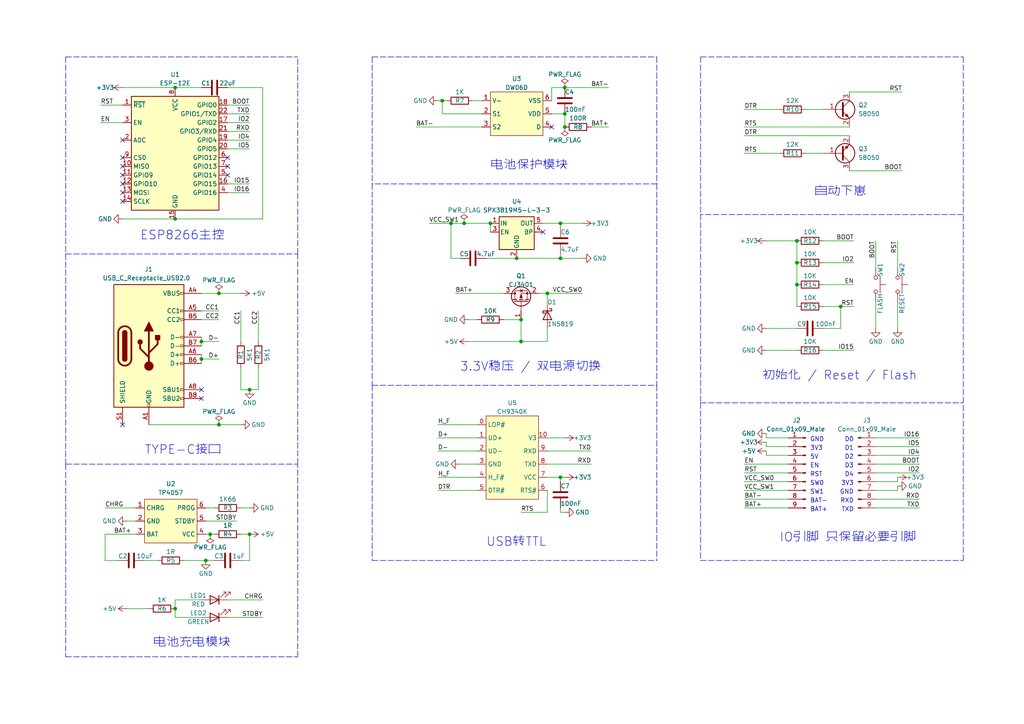
<source format=kicad_sch>
(kicad_sch (version 20210621) (generator eeschema)
  (paper "A4")
  (title_block (title "SlimeVR Tracker") (date "2021-11-13") (rev "3.2") (company "https://sukimoe.net") (comment 1 "SlimeVR追踪器核心板，单Type-C接口实现充电与程序下载") (comment 2 "无需额外安装驱动，可直接被主流系统识别并进行串口通信") (comment 3 "集成电池保护芯片，峰值充电电流500mA，可自动切换供电"))
  (lib_symbols
    (symbol "Connector:Conn_01x09_Male" (pin_names (offset 1.016) hide)
      (property "Reference" "J" (at 0 12.7 0))
      (property "Value" "Conn_01x09_Male" (at 0 -12.7 0))
      (symbol "Conn_01x09_Male_1_1"
        (polyline (pts (xy 1.27 -10.16) (xy 0.8636 -10.16)) (stroke (width 0.1524)))
        (polyline (pts (xy 1.27 -7.62) (xy 0.8636 -7.62)) (stroke (width 0.1524)))
        (polyline (pts (xy 1.27 -5.08) (xy 0.8636 -5.08)) (stroke (width 0.1524)))
        (polyline (pts (xy 1.27 -2.54) (xy 0.8636 -2.54)) (stroke (width 0.1524)))
        (polyline (pts (xy 1.27 0) (xy 0.8636 0)) (stroke (width 0.1524)))
        (polyline (pts (xy 1.27 2.54) (xy 0.8636 2.54)) (stroke (width 0.1524)))
        (polyline (pts (xy 1.27 5.08) (xy 0.8636 5.08)) (stroke (width 0.1524)))
        (polyline (pts (xy 1.27 7.62) (xy 0.8636 7.62)) (stroke (width 0.1524)))
        (polyline (pts (xy 1.27 10.16) (xy 0.8636 10.16)) (stroke (width 0.1524)))
        (rectangle (start 0.8636 -10.033) (end 0 -10.287) (stroke (width 0.1524)) (fill (type outline)))
        (rectangle (start 0.8636 -7.493) (end 0 -7.747) (stroke (width 0.1524)) (fill (type outline)))
        (rectangle (start 0.8636 -4.953) (end 0 -5.207) (stroke (width 0.1524)) (fill (type outline)))
        (rectangle (start 0.8636 -2.413) (end 0 -2.667) (stroke (width 0.1524)) (fill (type outline)))
        (rectangle (start 0.8636 0.127) (end 0 -0.127) (stroke (width 0.1524)) (fill (type outline)))
        (rectangle (start 0.8636 2.667) (end 0 2.413) (stroke (width 0.1524)) (fill (type outline)))
        (rectangle (start 0.8636 5.207) (end 0 4.953) (stroke (width 0.1524)) (fill (type outline)))
        (rectangle (start 0.8636 7.747) (end 0 7.493) (stroke (width 0.1524)) (fill (type outline)))
        (rectangle (start 0.8636 10.287) (end 0 10.033) (stroke (width 0.1524)) (fill (type outline)))
        (pin passive line (at 5.08 10.16 180) (length 3.81) (name "Pin_1") (number "1"))
        (pin passive line (at 5.08 7.62 180) (length 3.81) (name "Pin_2") (number "2"))
        (pin passive line (at 5.08 5.08 180) (length 3.81) (name "Pin_3") (number "3"))
        (pin passive line (at 5.08 2.54 180) (length 3.81) (name "Pin_4") (number "4"))
        (pin passive line (at 5.08 0 180) (length 3.81) (name "Pin_5") (number "5"))
        (pin passive line (at 5.08 -2.54 180) (length 3.81) (name "Pin_6") (number "6"))
        (pin passive line (at 5.08 -5.08 180) (length 3.81) (name "Pin_7") (number "7"))
        (pin passive line (at 5.08 -7.62 180) (length 3.81) (name "Pin_8") (number "8"))
        (pin passive line (at 5.08 -10.16 180) (length 3.81) (name "Pin_9") (number "9"))
      )
    )
    (symbol "Connector:USB_C_Receptacle_USB2.0" (pin_names (offset 1.016))
      (property "Reference" "J" (at -10.16 19.05 0))
      (property "Value" "USB_C_Receptacle_USB2.0" (at 19.05 19.05 0))
      (symbol "USB_C_Receptacle_USB2.0_0_0"
        (rectangle (start -0.254 -17.78) (end 0.254 -16.764))
        (rectangle (start 10.16 -14.986) (end 9.144 -15.494))
        (rectangle (start 10.16 -12.446) (end 9.144 -12.954))
        (rectangle (start 10.16 -4.826) (end 9.144 -5.334))
        (rectangle (start 10.16 -2.286) (end 9.144 -2.794))
        (rectangle (start 10.16 0.254) (end 9.144 -0.254))
        (rectangle (start 10.16 2.794) (end 9.144 2.286))
        (rectangle (start 10.16 7.874) (end 9.144 7.366))
        (rectangle (start 10.16 10.414) (end 9.144 9.906))
        (rectangle (start 10.16 15.494) (end 9.144 14.986))
      )
      (symbol "USB_C_Receptacle_USB2.0_0_1"
        (rectangle (start -10.16 17.78) (end 10.16 -17.78) (stroke (width 0.254)) (fill (type background)))
        (arc (start -8.89 -3.81) (mid -6.985 -5.715) (end -5.08 -3.81) (stroke (width 0.508)))
        (arc (start -7.62 -3.81) (mid -6.985 -4.445) (end -6.35 -3.81) (stroke (width 0.254)))
        (arc (start -7.62 -3.81) (mid -6.985 -4.445) (end -6.35 -3.81) (stroke (width 0.254)) (fill (type outline)))
        (rectangle (start -7.62 -3.81) (end -6.35 3.81) (stroke (width 0.254)) (fill (type outline)))
        (arc (start -6.35 3.81) (mid -6.985 4.445) (end -7.62 3.81) (stroke (width 0.254)))
        (arc (start -6.35 3.81) (mid -6.985 4.445) (end -7.62 3.81) (stroke (width 0.254)) (fill (type outline)))
        (arc (start -5.08 3.81) (mid -6.985 5.715) (end -8.89 3.81) (stroke (width 0.508)))
        (circle (center -2.54 1.143) (radius 0.635) (stroke (width 0.254)) (stroke (width 0.254)) (fill (type outline)))
        (circle (center 0 -5.842) (radius 1.27) (fill (type outline)))
        (polyline (pts (xy -8.89 -3.81) (xy -8.89 3.81)) (stroke (width 0.508)))
        (polyline (pts (xy -5.08 3.81) (xy -5.08 -3.81)) (stroke (width 0.508)))
        (polyline (pts (xy 0 -5.842) (xy 0 4.318)) (stroke (width 0.508)))
        (polyline (pts (xy 0 -3.302) (xy -2.54 -0.762) (xy -2.54 0.508)) (stroke (width 0.508)))
        (polyline (pts (xy 0 -2.032) (xy 2.54 0.508) (xy 2.54 1.778)) (stroke (width 0.508)))
        (polyline (pts (xy -1.27 4.318) (xy 0 6.858) (xy 1.27 4.318) (xy -1.27 4.318)) (stroke (width 0.254)) (fill (type outline)))
        (rectangle (start 1.905 1.778) (end 3.175 3.048) (stroke (width 0.254)) (fill (type outline)))
      )
      (symbol "USB_C_Receptacle_USB2.0_1_1"
        (pin passive line (at 0 -22.86 90) (length 5.08) (name "GND") (number "A1"))
        (pin passive line (at 0 -22.86 90) (length 5.08) hide (name "GND") (number "A12"))
        (pin passive line (at 15.24 15.24 180) (length 5.08) (name "VBUS") (number "A4"))
        (pin bidirectional line (at 15.24 10.16 180) (length 5.08) (name "CC1") (number "A5"))
        (pin bidirectional line (at 15.24 -2.54 180) (length 5.08) (name "D+") (number "A6"))
        (pin bidirectional line (at 15.24 2.54 180) (length 5.08) (name "D-") (number "A7"))
        (pin bidirectional line (at 15.24 -12.7 180) (length 5.08) (name "SBU1") (number "A8"))
        (pin passive line (at 15.24 15.24 180) (length 5.08) hide (name "VBUS") (number "A9"))
        (pin passive line (at 0 -22.86 90) (length 5.08) hide (name "GND") (number "B1"))
        (pin passive line (at 0 -22.86 90) (length 5.08) hide (name "GND") (number "B12"))
        (pin passive line (at 15.24 15.24 180) (length 5.08) hide (name "VBUS") (number "B4"))
        (pin bidirectional line (at 15.24 7.62 180) (length 5.08) (name "CC2") (number "B5"))
        (pin bidirectional line (at 15.24 -5.08 180) (length 5.08) (name "D+") (number "B6"))
        (pin bidirectional line (at 15.24 0 180) (length 5.08) (name "D-") (number "B7"))
        (pin bidirectional line (at 15.24 -15.24 180) (length 5.08) (name "SBU2") (number "B8"))
        (pin passive line (at 15.24 15.24 180) (length 5.08) hide (name "VBUS") (number "B9"))
        (pin passive line (at -7.62 -22.86 90) (length 5.08) (name "SHIELD") (number "S1"))
      )
    )
    (symbol "Device:C" (pin_numbers hide) (pin_names (offset 0.254))
      (property "Reference" "C" (at 0.635 2.54 0))
      (property "Value" "C" (at 0.635 -2.54 0))
      (symbol "C_0_1"
        (polyline (pts (xy -2.032 -0.762) (xy 2.032 -0.762)) (stroke (width 0.508)))
        (polyline (pts (xy -2.032 0.762) (xy 2.032 0.762)) (stroke (width 0.508)))
      )
      (symbol "C_1_1"
        (pin passive line (at 0 3.81 270) (length 2.794) (name "~") (number "1"))
        (pin passive line (at 0 -3.81 90) (length 2.794) (name "~") (number "2"))
      )
    )
    (symbol "Device:LED" (pin_numbers hide) (pin_names (offset 1.016) hide)
      (property "Reference" "D" (at 0 2.54 0))
      (property "Value" "LED" (at 0 -2.54 0))
      (symbol "LED_0_1"
        (polyline (pts (xy -1.27 -1.27) (xy -1.27 1.27)) (stroke (width 0.254)))
        (polyline (pts (xy -1.27 0) (xy 1.27 0)))
        (polyline (pts (xy 1.27 -1.27) (xy 1.27 1.27) (xy -1.27 0) (xy 1.27 -1.27)) (stroke (width 0.254)))
        (polyline (pts (xy -3.048 -0.762) (xy -4.572 -2.286) (xy -3.81 -2.286) (xy -4.572 -2.286) (xy -4.572 -1.524)))
        (polyline (pts (xy -1.778 -0.762) (xy -3.302 -2.286) (xy -2.54 -2.286) (xy -3.302 -2.286) (xy -3.302 -1.524)))
      )
      (symbol "LED_1_1"
        (pin passive line (at -3.81 0 0) (length 2.54) (name "K") (number "1"))
        (pin passive line (at 3.81 0 180) (length 2.54) (name "A") (number "2"))
      )
    )
    (symbol "Device:R" (pin_numbers hide) (pin_names (offset 0))
      (property "Reference" "R" (at 2.032 0 90))
      (property "Value" "R" (at 0 0 90))
      (symbol "R_0_1"
        (rectangle (start -1.016 -2.54) (end 1.016 2.54) (stroke (width 0.254)))
      )
      (symbol "R_1_1"
        (pin passive line (at 0 3.81 270) (length 1.27) (name "~") (number "1"))
        (pin passive line (at 0 -3.81 90) (length 1.27) (name "~") (number "2"))
      )
    )
    (symbol "Diode:1N5819" (pin_numbers hide) (pin_names (offset 1.016) hide)
      (property "Reference" "D" (at 0 2.54 0))
      (property "Value" "1N5819" (at 0 -2.54 0))
      (symbol "1N5819_0_1"
        (polyline (pts (xy 1.27 0) (xy -1.27 0)))
        (polyline (pts (xy 1.27 1.27) (xy 1.27 -1.27) (xy -1.27 0) (xy 1.27 1.27)) (stroke (width 0.254)))
        (polyline (pts (xy -1.905 0.635) (xy -1.905 1.27) (xy -1.27 1.27) (xy -1.27 -1.27) (xy -0.635 -1.27) (xy -0.635 -0.635)) (stroke (width 0.254)))
      )
      (symbol "1N5819_1_1"
        (pin passive line (at -3.81 0 0) (length 2.54) (name "K") (number "1"))
        (pin passive line (at 3.81 0 180) (length 2.54) (name "A") (number "2"))
      )
    )
    (symbol "MY_Battery:DW06D"
      (property "Reference" "U" (at 0 10.16 0))
      (property "Value" "DW06D" (at 0 7.62 0))
      (symbol "DW06D_0_1"
        (rectangle (start -7.62 6.35) (end 7.62 -6.35) (stroke (width 0.1524)) (fill (type background)))
      )
      (symbol "DW06D_1_1"
        (pin input line (at -10.16 3.81 0) (length 2.54) (name "V-") (number "1"))
        (pin power_in line (at -10.16 0 0) (length 2.54) (name "S1") (number "2"))
        (pin power_in line (at -10.16 -3.81 0) (length 2.54) (name "S2") (number "3"))
        (pin bidirectional line (at 10.16 -3.81 180) (length 2.54) (name "D") (number "4"))
        (pin power_in line (at 10.16 0 180) (length 2.54) (name "VDD") (number "5"))
        (pin power_in line (at 10.16 3.81 180) (length 2.54) (name "VSS") (number "6"))
      )
    )
    (symbol "MY_Mos:CJ3401" (pin_names (offset 0) hide)
      (property "Reference" "Q" (at 5.08 1.27 0))
      (property "Value" "CJ3401" (at 5.08 -1.27 0))
      (symbol "CJ3401_0_1"
        (polyline (pts (xy 0.254 0) (xy -2.54 0)))
        (polyline (pts (xy 0.254 1.905) (xy 0.254 -1.905)) (stroke (width 0.254)))
        (polyline (pts (xy 0.762 -1.27) (xy 0.762 -2.286)) (stroke (width 0.254)))
        (polyline (pts (xy 0.762 0.508) (xy 0.762 -0.508)) (stroke (width 0.254)))
        (polyline (pts (xy 0.762 2.286) (xy 0.762 1.27)) (stroke (width 0.254)))
        (polyline (pts (xy 2.54 2.54) (xy 2.54 1.778)))
        (polyline (pts (xy 2.54 -2.54) (xy 2.54 0) (xy 0.762 0)))
        (polyline (pts (xy 0.762 1.778) (xy 3.302 1.778) (xy 3.302 -1.778) (xy 0.762 -1.778)))
        (polyline (pts (xy 2.286 0) (xy 1.27 0.381) (xy 1.27 -0.381) (xy 2.286 0)) (fill (type outline)))
        (polyline (pts (xy 2.794 -0.508) (xy 2.921 -0.381) (xy 3.683 -0.381) (xy 3.81 -0.254)))
        (polyline (pts (xy 3.302 -0.381) (xy 2.921 0.254) (xy 3.683 0.254) (xy 3.302 -0.381)))
        (circle (center 1.651 0) (radius 2.794) (stroke (width 0.254)) (stroke (width 0.254)))
        (circle (center 2.54 -1.778) (radius 0.254) (fill (type outline)))
        (circle (center 2.54 1.778) (radius 0.254) (fill (type outline)))
      )
      (symbol "CJ3401_1_1"
        (pin input line (at -5.08 0 0) (length 2.54) (name "G") (number "1"))
        (pin passive line (at 2.54 -5.08 90) (length 2.54) (name "S") (number "2"))
        (pin passive line (at 2.54 5.08 270) (length 2.54) (name "D") (number "3"))
      )
    )
    (symbol "MY_Power:TP4057"
      (property "Reference" "U" (at 0 10.16 0))
      (property "Value" "TP4057" (at 0 7.62 0))
      (symbol "TP4057_0_1"
        (rectangle (start -7.62 6.35) (end 7.62 -6.35) (stroke (width 0.1524)) (fill (type background)))
      )
      (symbol "TP4057_1_1"
        (pin bidirectional line (at -10.16 3.81 0) (length 2.54) (name "CHRG") (number "1"))
        (pin power_in line (at -10.16 0 0) (length 2.54) (name "GND") (number "2"))
        (pin power_out line (at -10.16 -3.81 0) (length 2.54) (name "BAT") (number "3"))
        (pin power_in line (at 10.16 -3.81 180) (length 2.54) (name "VCC") (number "4"))
        (pin bidirectional line (at 10.16 0 180) (length 2.54) (name "STDBY") (number "5"))
        (pin bidirectional line (at 10.16 3.81 180) (length 2.54) (name "PROG") (number "6"))
      )
    )
    (symbol "MY_Transister:S8050" (pin_names (offset 0) hide)
      (property "Reference" "Q" (at 5.08 1.27 0))
      (property "Value" "S8050" (at 5.08 -1.27 0))
      (symbol "S8050_0_1"
        (polyline (pts (xy 0 0) (xy 0.635 0)))
        (polyline (pts (xy 0.635 0.635) (xy 2.54 2.54)))
        (polyline (pts (xy 0.635 -0.635) (xy 2.54 -2.54) (xy 2.54 -2.54)))
        (polyline (pts (xy 0.635 1.905) (xy 0.635 -1.905) (xy 0.635 -1.905)) (stroke (width 0.508)))
        (polyline (pts (xy 1.27 -1.778) (xy 1.778 -1.27) (xy 2.286 -2.286) (xy 1.27 -1.778) (xy 1.27 -1.778)) (fill (type outline)))
        (circle (center 1.27 0) (radius 2.8194) (stroke (width 0.254)) (stroke (width 0.254)))
      )
      (symbol "S8050_1_1"
        (pin input line (at -5.08 0 0) (length 5.08) (name "B") (number "1"))
        (pin passive line (at 2.54 -5.08 90) (length 2.54) (name "E") (number "2"))
        (pin passive line (at 2.54 5.08 270) (length 2.54) (name "C") (number "3"))
      )
    )
    (symbol "MY_Usb-Ttl:CH9340K"
      (property "Reference" "U" (at 0 17.78 0))
      (property "Value" "CH9340K" (at 0 15.24 0))
      (symbol "CH9340K_0_1"
        (rectangle (start -7.62 13.97) (end 7.62 -10.16) (stroke (width 0.1524)) (fill (type background)))
      )
      (symbol "CH9340K_1_1"
        (pin output line (at -10.16 11.43 0) (length 2.54) (name "LOP#") (number "0"))
        (pin bidirectional line (at -10.16 7.62 0) (length 2.54) (name "UD+") (number "1"))
        (pin power_in line (at 10.16 7.62 180) (length 2.54) (name "V3") (number "10"))
        (pin bidirectional line (at -10.16 3.81 0) (length 2.54) (name "UD-") (number "2"))
        (pin power_in line (at -10.16 0 0) (length 2.54) (name "GND") (number "3"))
        (pin input line (at -10.16 -3.81 0) (length 2.54) (name "H_F#") (number "4"))
        (pin output line (at -10.16 -7.62 0) (length 2.54) (name "DTR#") (number "5"))
        (pin output line (at 10.16 -7.62 180) (length 2.54) (name "RTS#") (number "6"))
        (pin power_in line (at 10.16 -3.81 180) (length 2.54) (name "VCC") (number "7"))
        (pin output line (at 10.16 0 180) (length 2.54) (name "TXD") (number "8"))
        (pin input line (at 10.16 3.81 180) (length 2.54) (name "RXD") (number "9"))
      )
    )
    (symbol "RF_Module:ESP-12E"
      (property "Reference" "U" (at -12.7 19.05 0))
      (property "Value" "ESP-12E" (at 12.7 19.05 0))
      (symbol "ESP-12E_0_1"
        (rectangle (start -12.7 17.78) (end 12.7 -15.24) (stroke (width 0.254)) (fill (type background)))
      )
      (symbol "ESP-12E_1_1"
        (pin input line (at -15.24 15.24 0) (length 2.54) (name "~{RST}") (number "1"))
        (pin bidirectional line (at -15.24 -2.54 0) (length 2.54) (name "MISO") (number "10"))
        (pin bidirectional line (at -15.24 -5.08 0) (length 2.54) (name "GPIO9") (number "11"))
        (pin bidirectional line (at -15.24 -7.62 0) (length 2.54) (name "GPIO10") (number "12"))
        (pin bidirectional line (at -15.24 -10.16 0) (length 2.54) (name "MOSI") (number "13"))
        (pin bidirectional line (at -15.24 -12.7 0) (length 2.54) (name "SCLK") (number "14"))
        (pin power_in line (at 0 -17.78 90) (length 2.54) (name "GND") (number "15"))
        (pin bidirectional line (at 15.24 -7.62 180) (length 2.54) (name "GPIO15") (number "16"))
        (pin bidirectional line (at 15.24 10.16 180) (length 2.54) (name "GPIO2") (number "17"))
        (pin bidirectional line (at 15.24 15.24 180) (length 2.54) (name "GPIO0") (number "18"))
        (pin bidirectional line (at 15.24 5.08 180) (length 2.54) (name "GPIO4") (number "19"))
        (pin input line (at -15.24 5.08 0) (length 2.54) (name "ADC") (number "2"))
        (pin bidirectional line (at 15.24 2.54 180) (length 2.54) (name "GPIO5") (number "20"))
        (pin bidirectional line (at 15.24 7.62 180) (length 2.54) (name "GPIO3/RXD") (number "21"))
        (pin bidirectional line (at 15.24 12.7 180) (length 2.54) (name "GPIO1/TXD") (number "22"))
        (pin input line (at -15.24 10.16 0) (length 2.54) (name "EN") (number "3"))
        (pin bidirectional line (at 15.24 -10.16 180) (length 2.54) (name "GPIO16") (number "4"))
        (pin bidirectional line (at 15.24 -5.08 180) (length 2.54) (name "GPIO14") (number "5"))
        (pin bidirectional line (at 15.24 0 180) (length 2.54) (name "GPIO12") (number "6"))
        (pin bidirectional line (at 15.24 -2.54 180) (length 2.54) (name "GPIO13") (number "7"))
        (pin power_in line (at 0 20.32 270) (length 2.54) (name "VCC") (number "8"))
        (pin input line (at -15.24 0 0) (length 2.54) (name "CS0") (number "9"))
      )
    )
    (symbol "Regulator_Linear:SPX3819M5-L-3-3" (pin_names (offset 0.254))
      (property "Reference" "U" (at -3.81 5.715 0))
      (property "Value" "SPX3819M5-L-3-3" (at 0 5.715 0))
      (symbol "SPX3819M5-L-3-3_0_1"
        (rectangle (start -5.08 4.445) (end 5.08 -5.08) (stroke (width 0.254)) (fill (type background)))
      )
      (symbol "SPX3819M5-L-3-3_1_1"
        (pin power_in line (at -7.62 2.54 0) (length 2.54) (name "IN") (number "1"))
        (pin power_in line (at 0 -7.62 90) (length 2.54) (name "GND") (number "2"))
        (pin input line (at -7.62 0 0) (length 2.54) (name "EN") (number "3"))
        (pin input line (at 7.62 0 180) (length 2.54) (name "BP") (number "4"))
        (pin power_out line (at 7.62 2.54 180) (length 2.54) (name "OUT") (number "5"))
      )
    )
    (symbol "Switch:SW_Push" (pin_numbers hide) (pin_names (offset 1.016) hide)
      (property "Reference" "SW" (at 1.27 2.54 0))
      (property "Value" "SW_Push" (at 0 -1.524 0))
      (symbol "SW_Push_0_1"
        (circle (center -2.032 0) (radius 0.508))
        (polyline (pts (xy 0 1.27) (xy 0 3.048)))
        (polyline (pts (xy 2.54 1.27) (xy -2.54 1.27)))
        (circle (center 2.032 0) (radius 0.508))
        (pin passive line (at -5.08 0 0) (length 2.54) (name "1") (number "1"))
        (pin passive line (at 5.08 0 180) (length 2.54) (name "2") (number "2"))
      )
    )
    (symbol "power:+3V3" (power) (pin_names (offset 0))
      (property "Value" "+3V3" (at 0 3.556 0))
      (symbol "+3V3_0_1"
        (polyline (pts (xy -0.762 1.27) (xy 0 2.54)))
        (polyline (pts (xy 0 0) (xy 0 2.54)))
        (polyline (pts (xy 0 2.54) (xy 0.762 1.27)))
      )
      (symbol "+3V3_1_1"
        (pin power_in line (at 0 0 90) (length 0) hide (name "+3V3") (number "1"))
      )
    )
    (symbol "power:+5V" (power) (pin_names (offset 0))
      (property "Value" "+5V" (at 0 3.556 0))
      (symbol "+5V_0_1"
        (polyline (pts (xy -0.762 1.27) (xy 0 2.54)))
        (polyline (pts (xy 0 0) (xy 0 2.54)))
        (polyline (pts (xy 0 2.54) (xy 0.762 1.27)))
      )
      (symbol "+5V_1_1"
        (pin power_in line (at 0 0 90) (length 0) hide (name "+5V") (number "1"))
      )
    )
    (symbol "power:GND" (power) (pin_names (offset 0))
      (property "Value" "GND" (at 0 -3.81 0))
      (symbol "GND_0_1"
        (polyline (pts (xy 0 0) (xy 0 -1.27) (xy 1.27 -1.27) (xy 0 -2.54) (xy -1.27 -1.27) (xy 0 -1.27)))
      )
      (symbol "GND_1_1"
        (pin power_in line (at 0 0 270) (length 0) hide (name "GND") (number "1"))
      )
    )
    (symbol "power:PWR_FLAG" (power) (pin_numbers hide) (pin_names (offset 0) hide)
      (property "Value" "PWR_FLAG" (at 0 3.81 0))
      (symbol "PWR_FLAG_0_0"
        (pin power_out line (at 0 0 90) (length 0) (name "pwr") (number "1"))
      )
      (symbol "PWR_FLAG_0_1"
        (polyline (pts (xy 0 0) (xy 0 1.27) (xy -1.016 1.905) (xy 0 2.54) (xy 1.016 1.905) (xy 0 1.27)))
      )
    )
  )
  (junction (at 50.8 25.4))
  (junction (at 50.8 63.5))
  (junction (at 50.8 176.53))
  (junction (at 58.42 99.06))
  (junction (at 58.42 104.14))
  (junction (at 59.69 162.56))
  (junction (at 60.96 154.94))
  (junction (at 63.5 85.09))
  (junction (at 63.5 123.19))
  (junction (at 72.39 113.03))
  (junction (at 72.39 154.94))
  (junction (at 128.27 29.21))
  (junction (at 130.81 64.77))
  (junction (at 134.62 64.77))
  (junction (at 142.24 64.77))
  (junction (at 149.86 74.93))
  (junction (at 151.13 92.71))
  (junction (at 151.13 99.06))
  (junction (at 158.75 85.09))
  (junction (at 162.56 64.77))
  (junction (at 162.56 74.93))
  (junction (at 162.56 138.43))
  (junction (at 163.83 25.4))
  (junction (at 163.83 33.02))
  (junction (at 163.83 36.83))
  (junction (at 231.14 69.85))
  (junction (at 231.14 76.2))
  (junction (at 231.14 82.55))
  (junction (at 243.84 88.9))
  (no_connect (at 35.56 40.64))
  (no_connect (at 35.56 45.72))
  (no_connect (at 35.56 48.26))
  (no_connect (at 35.56 50.8))
  (no_connect (at 35.56 53.34))
  (no_connect (at 35.56 55.88))
  (no_connect (at 35.56 58.42))
  (no_connect (at 35.56 123.19))
  (no_connect (at 58.42 113.03))
  (no_connect (at 58.42 115.57))
  (no_connect (at 66.04 45.72))
  (no_connect (at 66.04 48.26))
  (no_connect (at 66.04 50.8))
  (no_connect (at 157.48 67.31))
  (no_connect (at 160.02 36.83))
  (wire (pts (xy 29.21 30.48) (xy 35.56 30.48)))
  (wire (pts (xy 29.21 35.56) (xy 35.56 35.56)))
  (wire (pts (xy 30.48 147.32) (xy 39.37 147.32)))
  (wire (pts (xy 30.48 154.94) (xy 30.48 162.56)))
  (wire (pts (xy 30.48 154.94) (xy 39.37 154.94)))
  (wire (pts (xy 30.48 162.56) (xy 34.29 162.56)))
  (wire (pts (xy 35.56 25.4) (xy 50.8 25.4)))
  (wire (pts (xy 35.56 63.5) (xy 50.8 63.5)))
  (wire (pts (xy 36.83 151.13) (xy 39.37 151.13)))
  (wire (pts (xy 36.83 176.53) (xy 43.18 176.53)))
  (wire (pts (xy 41.91 162.56) (xy 45.72 162.56)))
  (wire (pts (xy 43.18 123.19) (xy 63.5 123.19)))
  (wire (pts (xy 50.8 25.4) (xy 58.42 25.4)))
  (wire (pts (xy 50.8 63.5) (xy 76.2 63.5)))
  (wire (pts (xy 50.8 173.99) (xy 58.42 173.99)))
  (wire (pts (xy 50.8 176.53) (xy 50.8 173.99)))
  (wire (pts (xy 50.8 176.53) (xy 50.8 179.07)))
  (wire (pts (xy 50.8 179.07) (xy 58.42 179.07)))
  (wire (pts (xy 53.34 162.56) (xy 59.69 162.56)))
  (wire (pts (xy 58.42 85.09) (xy 63.5 85.09)))
  (wire (pts (xy 58.42 90.17) (xy 63.5 90.17)))
  (wire (pts (xy 58.42 92.71) (xy 63.5 92.71)))
  (wire (pts (xy 58.42 97.79) (xy 58.42 99.06)))
  (wire (pts (xy 58.42 99.06) (xy 58.42 100.33)))
  (wire (pts (xy 58.42 99.06) (xy 63.5 99.06)))
  (wire (pts (xy 58.42 102.87) (xy 58.42 104.14)))
  (wire (pts (xy 58.42 104.14) (xy 58.42 105.41)))
  (wire (pts (xy 58.42 104.14) (xy 63.5 104.14)))
  (wire (pts (xy 59.69 147.32) (xy 62.23 147.32)))
  (wire (pts (xy 59.69 151.13) (xy 68.58 151.13)))
  (wire (pts (xy 59.69 154.94) (xy 60.96 154.94)))
  (wire (pts (xy 59.69 162.56) (xy 62.23 162.56)))
  (wire (pts (xy 60.96 154.94) (xy 62.23 154.94)))
  (wire (pts (xy 63.5 85.09) (xy 69.85 85.09)))
  (wire (pts (xy 63.5 123.19) (xy 69.85 123.19)))
  (wire (pts (xy 66.04 25.4) (xy 76.2 25.4)))
  (wire (pts (xy 66.04 30.48) (xy 72.39 30.48)))
  (wire (pts (xy 66.04 33.02) (xy 72.39 33.02)))
  (wire (pts (xy 66.04 35.56) (xy 72.39 35.56)))
  (wire (pts (xy 66.04 38.1) (xy 72.39 38.1)))
  (wire (pts (xy 66.04 40.64) (xy 72.39 40.64)))
  (wire (pts (xy 66.04 43.18) (xy 72.39 43.18)))
  (wire (pts (xy 66.04 53.34) (xy 72.39 53.34)))
  (wire (pts (xy 66.04 55.88) (xy 72.39 55.88)))
  (wire (pts (xy 66.04 173.99) (xy 76.2 173.99)))
  (wire (pts (xy 66.04 179.07) (xy 76.2 179.07)))
  (wire (pts (xy 69.85 90.17) (xy 69.85 99.06)))
  (wire (pts (xy 69.85 106.68) (xy 69.85 113.03)))
  (wire (pts (xy 69.85 113.03) (xy 72.39 113.03)))
  (wire (pts (xy 69.85 147.32) (xy 72.39 147.32)))
  (wire (pts (xy 69.85 154.94) (xy 72.39 154.94)))
  (wire (pts (xy 69.85 162.56) (xy 72.39 162.56)))
  (wire (pts (xy 72.39 154.94) (xy 72.39 162.56)))
  (wire (pts (xy 74.93 90.17) (xy 74.93 99.06)))
  (wire (pts (xy 74.93 106.68) (xy 74.93 113.03)))
  (wire (pts (xy 74.93 113.03) (xy 72.39 113.03)))
  (wire (pts (xy 76.2 25.4) (xy 76.2 63.5)))
  (wire (pts (xy 120.65 36.83) (xy 139.7 36.83)))
  (wire (pts (xy 124.46 64.77) (xy 130.81 64.77)))
  (wire (pts (xy 127 29.21) (xy 128.27 29.21)))
  (wire (pts (xy 127 123.19) (xy 138.43 123.19)))
  (wire (pts (xy 127 127) (xy 138.43 127)))
  (wire (pts (xy 127 130.81) (xy 138.43 130.81)))
  (wire (pts (xy 127 138.43) (xy 138.43 138.43)))
  (wire (pts (xy 127 142.24) (xy 138.43 142.24)))
  (wire (pts (xy 128.27 29.21) (xy 128.27 33.02)))
  (wire (pts (xy 128.27 29.21) (xy 129.54 29.21)))
  (wire (pts (xy 128.27 33.02) (xy 139.7 33.02)))
  (wire (pts (xy 130.81 64.77) (xy 130.81 74.93)))
  (wire (pts (xy 130.81 64.77) (xy 134.62 64.77)))
  (wire (pts (xy 130.81 74.93) (xy 133.35 74.93)))
  (wire (pts (xy 132.08 85.09) (xy 146.05 85.09)))
  (wire (pts (xy 133.35 134.62) (xy 138.43 134.62)))
  (wire (pts (xy 134.62 64.77) (xy 142.24 64.77)))
  (wire (pts (xy 135.89 92.71) (xy 138.43 92.71)))
  (wire (pts (xy 135.89 99.06) (xy 151.13 99.06)))
  (wire (pts (xy 137.16 29.21) (xy 139.7 29.21)))
  (wire (pts (xy 140.97 74.93) (xy 149.86 74.93)))
  (wire (pts (xy 142.24 64.77) (xy 142.24 67.31)))
  (wire (pts (xy 146.05 92.71) (xy 151.13 92.71)))
  (wire (pts (xy 149.86 74.93) (xy 162.56 74.93)))
  (wire (pts (xy 151.13 92.71) (xy 151.13 99.06)))
  (wire (pts (xy 151.13 99.06) (xy 158.75 99.06)))
  (wire (pts (xy 151.13 148.59) (xy 158.75 148.59)))
  (wire (pts (xy 156.21 85.09) (xy 158.75 85.09)))
  (wire (pts (xy 157.48 64.77) (xy 162.56 64.77)))
  (wire (pts (xy 158.75 85.09) (xy 158.75 87.63)))
  (wire (pts (xy 158.75 85.09) (xy 168.91 85.09)))
  (wire (pts (xy 158.75 95.25) (xy 158.75 99.06)))
  (wire (pts (xy 158.75 127) (xy 163.83 127)))
  (wire (pts (xy 158.75 130.81) (xy 171.45 130.81)))
  (wire (pts (xy 158.75 134.62) (xy 171.45 134.62)))
  (wire (pts (xy 158.75 138.43) (xy 162.56 138.43)))
  (wire (pts (xy 158.75 142.24) (xy 158.75 148.59)))
  (wire (pts (xy 160.02 25.4) (xy 163.83 25.4)))
  (wire (pts (xy 160.02 29.21) (xy 160.02 25.4)))
  (wire (pts (xy 160.02 33.02) (xy 163.83 33.02)))
  (wire (pts (xy 162.56 64.77) (xy 162.56 66.04)))
  (wire (pts (xy 162.56 64.77) (xy 168.91 64.77)))
  (wire (pts (xy 162.56 73.66) (xy 162.56 74.93)))
  (wire (pts (xy 162.56 74.93) (xy 168.91 74.93)))
  (wire (pts (xy 162.56 138.43) (xy 162.56 139.7)))
  (wire (pts (xy 162.56 138.43) (xy 163.83 138.43)))
  (wire (pts (xy 162.56 147.32) (xy 162.56 148.59)))
  (wire (pts (xy 162.56 148.59) (xy 163.83 148.59)))
  (wire (pts (xy 163.83 25.4) (xy 176.53 25.4)))
  (wire (pts (xy 163.83 33.02) (xy 163.83 36.83)))
  (wire (pts (xy 171.45 36.83) (xy 176.53 36.83)))
  (wire (pts (xy 215.9 134.62) (xy 228.6 134.62)))
  (wire (pts (xy 215.9 137.16) (xy 228.6 137.16)))
  (wire (pts (xy 215.9 139.7) (xy 228.6 139.7)))
  (wire (pts (xy 215.9 142.24) (xy 228.6 142.24)))
  (wire (pts (xy 215.9 144.78) (xy 228.6 144.78)))
  (wire (pts (xy 215.9 147.32) (xy 228.6 147.32)))
  (wire (pts (xy 222.25 69.85) (xy 231.14 69.85)))
  (wire (pts (xy 222.25 95.25) (xy 231.14 95.25)))
  (wire (pts (xy 222.25 101.6) (xy 231.14 101.6)))
  (wire (pts (xy 222.25 125.73) (xy 222.25 127)))
  (wire (pts (xy 222.25 127) (xy 228.6 127)))
  (wire (pts (xy 222.25 128.27) (xy 222.25 129.54)))
  (wire (pts (xy 222.25 129.54) (xy 228.6 129.54)))
  (wire (pts (xy 222.25 130.81) (xy 222.25 132.08)))
  (wire (pts (xy 222.25 132.08) (xy 228.6 132.08)))
  (wire (pts (xy 226.06 31.75) (xy 215.9 31.75)))
  (wire (pts (xy 226.06 44.45) (xy 215.9 44.45)))
  (wire (pts (xy 231.14 69.85) (xy 231.14 76.2)))
  (wire (pts (xy 231.14 76.2) (xy 231.14 82.55)))
  (wire (pts (xy 231.14 82.55) (xy 231.14 88.9)))
  (wire (pts (xy 238.76 31.75) (xy 233.68 31.75)))
  (wire (pts (xy 238.76 44.45) (xy 233.68 44.45)))
  (wire (pts (xy 238.76 69.85) (xy 247.65 69.85)))
  (wire (pts (xy 238.76 76.2) (xy 247.65 76.2)))
  (wire (pts (xy 238.76 82.55) (xy 247.65 82.55)))
  (wire (pts (xy 238.76 88.9) (xy 243.84 88.9)))
  (wire (pts (xy 238.76 95.25) (xy 243.84 95.25)))
  (wire (pts (xy 238.76 101.6) (xy 247.65 101.6)))
  (wire (pts (xy 243.84 88.9) (xy 247.65 88.9)))
  (wire (pts (xy 243.84 95.25) (xy 243.84 88.9)))
  (wire (pts (xy 246.38 36.83) (xy 215.9 36.83)))
  (wire (pts (xy 246.38 39.37) (xy 215.9 39.37)))
  (wire (pts (xy 254 69.85) (xy 254 77.47)))
  (wire (pts (xy 254 87.63) (xy 254 95.25)))
  (wire (pts (xy 254 127) (xy 266.7 127)))
  (wire (pts (xy 254 129.54) (xy 266.7 129.54)))
  (wire (pts (xy 254 132.08) (xy 266.7 132.08)))
  (wire (pts (xy 254 134.62) (xy 266.7 134.62)))
  (wire (pts (xy 254 137.16) (xy 266.7 137.16)))
  (wire (pts (xy 254 139.7) (xy 260.35 139.7)))
  (wire (pts (xy 254 142.24) (xy 260.35 142.24)))
  (wire (pts (xy 254 144.78) (xy 266.7 144.78)))
  (wire (pts (xy 254 147.32) (xy 266.7 147.32)))
  (wire (pts (xy 260.35 69.85) (xy 260.35 77.47)))
  (wire (pts (xy 260.35 87.63) (xy 260.35 95.25)))
  (wire (pts (xy 260.35 138.43) (xy 260.35 139.7)))
  (wire (pts (xy 260.35 140.97) (xy 260.35 142.24)))
  (wire (pts (xy 261.62 26.67) (xy 246.38 26.67)))
  (wire (pts (xy 261.62 49.53) (xy 246.38 49.53)))
  (polyline (pts (xy 19.05 16.51) (xy 19.05 73.66)))
  (polyline (pts (xy 19.05 16.51) (xy 86.36 16.51)))
  (polyline (pts (xy 19.05 73.66) (xy 19.05 134.62)))
  (polyline (pts (xy 19.05 73.66) (xy 86.36 73.66)))
  (polyline (pts (xy 19.05 134.62) (xy 19.05 190.5)))
  (polyline (pts (xy 19.05 134.62) (xy 86.36 134.62)))
  (polyline (pts (xy 19.05 190.5) (xy 86.36 190.5)))
  (polyline (pts (xy 86.36 73.66) (xy 86.36 16.51)))
  (polyline (pts (xy 86.36 134.62) (xy 86.36 73.66)))
  (polyline (pts (xy 86.36 190.5) (xy 86.36 134.62)))
  (polyline (pts (xy 107.95 16.51) (xy 107.95 53.34)))
  (polyline (pts (xy 107.95 16.51) (xy 190.5 16.51)))
  (polyline (pts (xy 107.95 53.34) (xy 107.95 111.76)))
  (polyline (pts (xy 107.95 111.76) (xy 107.95 162.56)))
  (polyline (pts (xy 107.95 111.76) (xy 190.5 111.76)))
  (polyline (pts (xy 107.95 162.56) (xy 190.5 162.56)))
  (polyline (pts (xy 190.5 16.51) (xy 190.5 53.34)))
  (polyline (pts (xy 190.5 53.34) (xy 107.95 53.34)))
  (polyline (pts (xy 190.5 53.34) (xy 190.5 111.76)))
  (polyline (pts (xy 190.5 111.76) (xy 190.5 162.56)))
  (polyline (pts (xy 203.2 16.51) (xy 203.2 62.23)))
  (polyline (pts (xy 203.2 16.51) (xy 279.4 16.51)))
  (polyline (pts (xy 203.2 62.23) (xy 203.2 116.84)))
  (polyline (pts (xy 203.2 116.84) (xy 203.2 162.56)))
  (polyline (pts (xy 203.2 116.84) (xy 279.4 116.84)))
  (polyline (pts (xy 203.2 162.56) (xy 279.4 162.56)))
  (polyline (pts (xy 279.4 16.51) (xy 279.4 62.23)))
  (polyline (pts (xy 279.4 62.23) (xy 203.2 62.23)))
  (polyline (pts (xy 279.4 116.84) (xy 279.4 62.23)))
  (polyline (pts (xy 279.4 162.56) (xy 279.4 116.84)))
  (text "ESP8266主控" (at 40.64 69.85 0) (effects (font (size 2.54 2.54)) (justify left bottom)))
  (text "TYPE-C接口" (at 41.91 132.08 0) (effects (font (size 2.54 2.54)) (justify left bottom)))
  (text "电池充电模块" (at 44.45 187.96 0) (effects (font (size 2.54 2.54)) (justify left bottom)))
  (text "3.3V稳压 / 双电源切换" (at 133.35 107.95 0) (effects (font (size 2.54 2.54)) (justify left bottom)))
  (text "USB转TTL" (at 140.97 158.75 0) (effects (font (size 2.54 2.54)) (justify left bottom)))
  (text "电池保护模块" (at 142.24 49.53 0) (effects (font (size 2.54 2.54)) (justify left bottom)))
  (text "初始化 / Reset / Flash" (at 220.98 110.49 0) (effects (font (size 2.54 2.54)) (justify left bottom)))
  (text "IO引脚 只保留必要引脚" (at 226.06 157.48 0) (effects (font (size 2.54 2.54)) (justify left bottom)))
  (text "GND" (at 234.95 128.27 0) (effects (font (size 1.27 1.27)) (justify left bottom)))
  (text "3V3" (at 234.95 130.81 0) (effects (font (size 1.27 1.27)) (justify left bottom)))
  (text "5V" (at 234.95 133.35 0) (effects (font (size 1.27 1.27)) (justify left bottom)))
  (text "EN" (at 234.95 135.89 0) (effects (font (size 1.27 1.27)) (justify left bottom)))
  (text "RST" (at 234.95 138.43 0) (effects (font (size 1.27 1.27)) (justify left bottom)))
  (text "SW0" (at 234.95 140.97 0) (effects (font (size 1.27 1.27)) (justify left bottom)))
  (text "SW1" (at 234.95 143.51 0) (effects (font (size 1.27 1.27)) (justify left bottom)))
  (text "BAT-" (at 234.95 146.05 0) (effects (font (size 1.27 1.27)) (justify left bottom)))
  (text "BAT+" (at 234.95 148.59 0) (effects (font (size 1.27 1.27)) (justify left bottom)))
  (text "自动下崽" (at 236.22 57.15 0) (effects (font (size 2.54 2.54)) (justify left bottom)))
  (text "D0" (at 247.65 128.27 180) (effects (font (size 1.27 1.27)) (justify right bottom)))
  (text "D1" (at 247.65 130.81 180) (effects (font (size 1.27 1.27)) (justify right bottom)))
  (text "D2" (at 247.65 133.35 180) (effects (font (size 1.27 1.27)) (justify right bottom)))
  (text "D3" (at 247.65 135.89 180) (effects (font (size 1.27 1.27)) (justify right bottom)))
  (text "D4" (at 247.65 138.43 180) (effects (font (size 1.27 1.27)) (justify right bottom)))
  (text "3V3" (at 247.65 140.97 180) (effects (font (size 1.27 1.27)) (justify right bottom)))
  (text "GND" (at 247.65 143.51 180) (effects (font (size 1.27 1.27)) (justify right bottom)))
  (text "RXD" (at 247.65 146.05 180) (effects (font (size 1.27 1.27)) (justify right bottom)))
  (text "TXD" (at 247.65 148.59 180) (effects (font (size 1.27 1.27)) (justify right bottom)))
  (label "RST" (at 29.21 30.48 0))
  (label "EN" (at 29.21 35.56 0))
  (label "CHRG" (at 30.48 147.32 0))
  (label "BAT+" (at 33.02 154.94 0))
  (label "CC1" (at 63.5 90.17 180))
  (label "CC2" (at 63.5 92.71 180))
  (label "D-" (at 63.5 99.06 180))
  (label "D+" (at 63.5 104.14 180))
  (label "STDBY" (at 68.58 151.13 180))
  (label "CC1" (at 69.85 90.17 270))
  (label "BOOT" (at 72.39 30.48 180))
  (label "TXD" (at 72.39 33.02 180))
  (label "IO2" (at 72.39 35.56 180))
  (label "RXD" (at 72.39 38.1 180))
  (label "IO4" (at 72.39 40.64 180))
  (label "IO5" (at 72.39 43.18 180))
  (label "IO15" (at 72.39 53.34 180))
  (label "IO16" (at 72.39 55.88 180))
  (label "CC2" (at 74.93 90.17 270))
  (label "CHRG" (at 76.2 173.99 180))
  (label "STDBY" (at 76.2 179.07 180))
  (label "BAT-" (at 120.65 36.83 0))
  (label "VCC_SW1" (at 124.46 64.77 0))
  (label "H_F" (at 127 123.19 0))
  (label "D+" (at 127 127 0))
  (label "D-" (at 127 130.81 0))
  (label "H_F" (at 127 138.43 0))
  (label "DTR" (at 127 142.24 0))
  (label "BAT+" (at 132.08 85.09 0))
  (label "RTS" (at 151.13 148.59 0))
  (label "VCC_SW0" (at 168.91 85.09 180))
  (label "TXD" (at 171.45 130.81 180))
  (label "RXD" (at 171.45 134.62 180))
  (label "BAT-" (at 176.53 25.4 180))
  (label "BAT+" (at 176.53 36.83 180))
  (label "DTR" (at 215.9 31.75 0))
  (label "RTS" (at 215.9 36.83 0))
  (label "DTR" (at 215.9 39.37 0))
  (label "RTS" (at 215.9 44.45 0))
  (label "EN" (at 215.9 134.62 0))
  (label "RST" (at 215.9 137.16 0))
  (label "VCC_SW0" (at 215.9 139.7 0))
  (label "VCC_SW1" (at 215.9 142.24 0))
  (label "BAT-" (at 215.9 144.78 0))
  (label "BAT+" (at 215.9 147.32 0))
  (label "BOOT" (at 247.65 69.85 180))
  (label "IO2" (at 247.65 76.2 180))
  (label "EN" (at 247.65 82.55 180))
  (label "RST" (at 247.65 88.9 180))
  (label "IO15" (at 247.65 101.6 180))
  (label "BOOT" (at 254 69.85 270))
  (label "RST" (at 260.35 69.85 270))
  (label "RST" (at 261.62 26.67 180))
  (label "BOOT" (at 261.62 49.53 180))
  (label "IO16" (at 266.7 127 180))
  (label "IO5" (at 266.7 129.54 180))
  (label "IO4" (at 266.7 132.08 180))
  (label "BOOT" (at 266.7 134.62 180))
  (label "IO2" (at 266.7 137.16 180))
  (label "RXD" (at 266.7 144.78 180))
  (label "TXD" (at 266.7 147.32 180))
  (symbol (lib_id "power:+3V3") (at 35.56 25.4 90) (unit 1)
    (property "Reference" "#PWR0101" (effects hide))
    (property "Value" "+3V3" (at 30.48 25.4 90))
  )
  (symbol (lib_id "power:+5V") (at 36.83 176.53 90) (unit 1)
    (property "Reference" "#PWR0106" (effects hide))
    (property "Value" "+5V" (at 31.75 176.53 90))
  )
  (symbol (lib_id "power:+5V") (at 69.85 85.09 270) (unit 1)
    (property "Reference" "#PWR0103" (effects hide))
    (property "Value" "+5V" (at 74.93 85.09 90))
  )
  (symbol (lib_id "power:+5V") (at 72.39 154.94 270) (unit 1)
    (property "Reference" "#PWR0110" (effects hide))
    (property "Value" "+5V" (at 77.47 154.94 90))
  )
  (symbol (lib_id "power:+5V") (at 135.89 99.06 90) (unit 1)
    (property "Reference" "#PWR0113" (effects hide))
    (property "Value" "+5V" (at 130.81 99.0599 90))
  )
  (symbol (lib_id "power:+3V3") (at 163.83 127 270) (unit 1)
    (property "Reference" "#PWR0129" (effects hide))
    (property "Value" "+3V3" (at 168.91 126.9999 90))
  )
  (symbol (lib_id "power:+3V3") (at 163.83 138.43 270) (unit 1)
    (property "Reference" "#PWR0127" (effects hide))
    (property "Value" "+3V3" (at 168.91 138.4299 90))
  )
  (symbol (lib_id "power:+3V3") (at 168.91 64.77 270) (unit 1)
    (property "Reference" "#PWR0117" (effects hide))
    (property "Value" "+3V3" (at 173.99 64.7699 90))
  )
  (symbol (lib_id "power:+3V3") (at 222.25 69.85 90) (unit 1)
    (property "Reference" "#PWR0119" (effects hide))
    (property "Value" "+3V3" (at 217.17 69.8501 90))
  )
  (symbol (lib_id "power:+3V3") (at 222.25 128.27 90) (unit 1)
    (property "Reference" "#PWR0124" (effects hide))
    (property "Value" "+3V3" (at 217.17 128.2699 90))
  )
  (symbol (lib_id "power:+5V") (at 222.25 130.81 90) (unit 1)
    (property "Reference" "#PWR0125" (effects hide))
    (property "Value" "+5V" (at 217.17 130.8099 90))
  )
  (symbol (lib_id "power:+3V3") (at 260.35 138.43 270) (unit 1)
    (property "Reference" "#PWR0121" (effects hide))
    (property "Value" "+3V3" (at 265.43 138.4301 90))
  )
  (symbol (lib_id "power:PWR_FLAG") (at 60.96 154.94 180) (unit 1)
    (property "Reference" "#FLG0104" (effects hide))
    (property "Value" "PWR_FLAG" (at 60.96 158.75 0))
  )
  (symbol (lib_id "power:PWR_FLAG") (at 63.5 85.09 0) (unit 1)
    (property "Reference" "#FLG0101" (effects hide))
    (property "Value" "PWR_FLAG" (at 63.5 81.28 0))
  )
  (symbol (lib_id "power:PWR_FLAG") (at 63.5 123.19 0) (unit 1)
    (property "Reference" "#FLG0102" (effects hide))
    (property "Value" "PWR_FLAG" (at 63.5 119.38 0))
  )
  (symbol (lib_id "power:PWR_FLAG") (at 134.62 64.77 0) (unit 1)
    (property "Reference" "#FLG0105" (effects hide))
    (property "Value" "PWR_FLAG" (at 134.62 60.96 0))
  )
  (symbol (lib_id "power:PWR_FLAG") (at 163.83 25.4 0) (unit 1)
    (property "Reference" "#FLG0106" (effects hide))
    (property "Value" "PWR_FLAG" (at 163.83 21.59 0))
  )
  (symbol (lib_id "power:PWR_FLAG") (at 163.83 36.83 180) (unit 1)
    (property "Reference" "#FLG0107" (effects hide))
    (property "Value" "PWR_FLAG" (at 163.83 40.6398 0))
  )
  (symbol (lib_id "power:GND") (at 35.56 63.5 270) (unit 1)
    (property "Reference" "#PWR0102" (effects hide))
    (property "Value" "GND" (at 30.48 63.5 90))
  )
  (symbol (lib_id "power:GND") (at 36.83 151.13 270) (unit 1)
    (property "Reference" "#PWR0107" (effects hide))
    (property "Value" "GND" (at 31.75 151.13 90))
  )
  (symbol (lib_id "power:GND") (at 59.69 162.56 0) (unit 1)
    (property "Reference" "#PWR0108" (effects hide))
    (property "Value" "GND" (at 59.69 166.37 0))
  )
  (symbol (lib_id "power:GND") (at 69.85 123.19 90) (unit 1)
    (property "Reference" "#PWR0105" (effects hide))
    (property "Value" "GND" (at 74.93 123.19 90))
  )
  (symbol (lib_id "power:GND") (at 72.39 113.03 0) (unit 1)
    (property "Reference" "#PWR0104" (effects hide))
    (property "Value" "GND" (at 72.39 116.84 0))
  )
  (symbol (lib_id "power:GND") (at 72.39 147.32 90) (unit 1)
    (property "Reference" "#PWR0109" (effects hide))
    (property "Value" "GND" (at 77.47 147.32 90))
  )
  (symbol (lib_id "power:GND") (at 127 29.21 270) (unit 1)
    (property "Reference" "#PWR0114" (effects hide))
    (property "Value" "GND" (at 121.92 29.2099 90))
  )
  (symbol (lib_id "power:GND") (at 133.35 134.62 270) (unit 1)
    (property "Reference" "#PWR0111" (effects hide))
    (property "Value" "GND" (at 128.27 134.6199 90))
  )
  (symbol (lib_id "power:GND") (at 135.89 92.71 270) (unit 1)
    (property "Reference" "#PWR0112" (effects hide))
    (property "Value" "GND" (at 130.81 92.7099 90))
  )
  (symbol (lib_id "power:GND") (at 163.83 148.59 90) (unit 1)
    (property "Reference" "#PWR0128" (effects hide))
    (property "Value" "GND" (at 168.91 148.5901 90))
  )
  (symbol (lib_id "power:GND") (at 168.91 74.93 90) (unit 1)
    (property "Reference" "#PWR0118" (effects hide))
    (property "Value" "GND" (at 173.99 74.9299 90))
  )
  (symbol (lib_id "power:GND") (at 222.25 95.25 270) (unit 1)
    (property "Reference" "#PWR0116" (effects hide))
    (property "Value" "GND" (at 217.17 95.2499 90))
  )
  (symbol (lib_id "power:GND") (at 222.25 101.6 270) (unit 1)
    (property "Reference" "#PWR0115" (effects hide))
    (property "Value" "GND" (at 217.17 101.5999 90))
  )
  (symbol (lib_id "power:GND") (at 222.25 125.73 270) (unit 1)
    (property "Reference" "#PWR0126" (effects hide))
    (property "Value" "GND" (at 217.17 125.7299 90))
  )
  (symbol (lib_id "power:GND") (at 254 95.25 0) (unit 1)
    (property "Reference" "#PWR0122" (effects hide))
    (property "Value" "GND" (at 253.9999 99.06 0))
  )
  (symbol (lib_id "power:GND") (at 260.35 95.25 0) (unit 1)
    (property "Reference" "#PWR0123" (effects hide))
    (property "Value" "GND" (at 260.3499 99.06 0))
  )
  (symbol (lib_id "power:GND") (at 260.35 140.97 90) (unit 1)
    (property "Reference" "#PWR0120" (effects hide))
    (property "Value" "GND" (at 265.43 140.9701 90))
  )
  (symbol (lib_id "Device:R") (at 46.99 176.53 90) (unit 1)
    (property "Reference" "R6" (at 46.99 176.53 90))
    (property "Value" "1K" (at 46.99 173.99 90))
    (property "Footprint" "Resistor_SMD:R_0603_1608Metric" (effects hide))
  )
  (symbol (lib_id "Device:R") (at 49.53 162.56 90) (unit 1)
    (property "Reference" "R5" (at 49.53 162.56 90))
    (property "Value" "1R" (at 49.53 160.02 90))
    (property "Footprint" "Resistor_SMD:R_0603_1608Metric" (effects hide))
  )
  (symbol (lib_id "Device:R") (at 66.04 147.32 90) (unit 1)
    (property "Reference" "R3" (at 66.04 147.32 90))
    (property "Value" "1K66" (at 66.04 144.78 90))
    (property "Footprint" "Resistor_SMD:R_0603_1608Metric" (effects hide))
  )
  (symbol (lib_id "Device:R") (at 66.04 154.94 90) (unit 1)
    (property "Reference" "R4" (at 66.04 154.94 90))
    (property "Value" "1R" (at 66.04 152.4 90))
    (property "Footprint" "Resistor_SMD:R_0603_1608Metric" (effects hide))
  )
  (symbol (lib_id "Device:R") (at 69.85 102.87 0) (unit 1)
    (property "Reference" "R1" (at 69.85 102.8699 90))
    (property "Value" "5K1" (at 72.39 102.8699 90))
    (property "Footprint" "Resistor_SMD:R_0603_1608Metric" (effects hide))
  )
  (symbol (lib_id "Device:R") (at 74.93 102.87 0) (unit 1)
    (property "Reference" "R2" (at 74.93 102.8699 90))
    (property "Value" "5K1" (at 77.47 102.8699 90))
    (property "Footprint" "Resistor_SMD:R_0603_1608Metric" (effects hide))
  )
  (symbol (lib_id "Device:R") (at 133.35 29.21 90) (unit 1)
    (property "Reference" "R7" (at 133.35 29.21 90))
    (property "Value" "1K" (at 133.35 26.67 90))
    (property "Footprint" "Resistor_SMD:R_0603_1608Metric" (effects hide))
  )
  (symbol (lib_id "Device:R") (at 142.24 92.71 90) (unit 1)
    (property "Reference" "R9" (at 142.24 92.71 90))
    (property "Value" "10K" (at 142.24 90.17 90))
    (property "Footprint" "Resistor_SMD:R_0603_1608Metric" (effects hide))
  )
  (symbol (lib_id "Device:R") (at 167.64 36.83 90) (unit 1)
    (property "Reference" "R8" (at 167.64 36.83 90))
    (property "Value" "100R" (at 167.64 34.29 90))
    (property "Footprint" "Resistor_SMD:R_0603_1608Metric" (effects hide))
  )
  (symbol (lib_id "Device:R") (at 229.87 31.75 270) (mirror x) (unit 1)
    (property "Reference" "R10" (at 229.87 31.75 90))
    (property "Value" "12K" (at 229.87 29.21 90))
    (property "Footprint" "Resistor_SMD:R_0603_1608Metric" (effects hide))
  )
  (symbol (lib_id "Device:R") (at 229.87 44.45 270) (mirror x) (unit 1)
    (property "Reference" "R11" (at 229.87 44.45 90))
    (property "Value" "12K" (at 229.87 41.91 90))
    (property "Footprint" "Resistor_SMD:R_0603_1608Metric" (effects hide))
  )
  (symbol (lib_id "Device:R") (at 234.95 69.85 90) (unit 1)
    (property "Reference" "R12" (at 234.95 69.85 90))
    (property "Value" "10K" (at 234.95 67.31 90))
    (property "Footprint" "Resistor_SMD:R_0603_1608Metric" (effects hide))
  )
  (symbol (lib_id "Device:R") (at 234.95 76.2 90) (unit 1)
    (property "Reference" "R13" (at 234.95 76.2 90))
    (property "Value" "10K" (at 234.95 73.66 90))
    (property "Footprint" "Resistor_SMD:R_0603_1608Metric" (effects hide))
  )
  (symbol (lib_id "Device:R") (at 234.95 82.55 90) (unit 1)
    (property "Reference" "R14" (at 234.95 82.55 90))
    (property "Value" "10K" (at 234.95 80.01 90))
    (property "Footprint" "Resistor_SMD:R_0603_1608Metric" (effects hide))
  )
  (symbol (lib_id "Device:R") (at 234.95 88.9 90) (unit 1)
    (property "Reference" "R15" (at 234.95 88.9 90))
    (property "Value" "10K" (at 234.95 86.36 90))
    (property "Footprint" "Resistor_SMD:R_0603_1608Metric" (effects hide))
  )
  (symbol (lib_id "Device:R") (at 234.95 101.6 90) (unit 1)
    (property "Reference" "R16" (at 234.95 101.6 90))
    (property "Value" "10K" (at 234.95 99.06 90))
    (property "Footprint" "Resistor_SMD:R_0603_1608Metric" (effects hide))
  )
  (symbol (lib_id "Diode:1N5819") (at 158.75 91.44 270) (unit 1)
    (property "Reference" "D1" (at 158.75 87.6299 90) (effects (justify left)))
    (property "Value" "1N5819" (at 158.75 93.9799 90) (effects (justify left)))
    (property "Footprint" "Diode_SMD:D_SOD-323" (effects hide))
    (property "Datasheet" "http://www.vishay.com/docs/88525/1n5817.pdf" (effects hide))
  )
  (symbol (lib_id "Device:LED") (at 62.23 173.99 180) (unit 1)
    (property "Reference" "LED1" (at 57.531 172.72 0))
    (property "Value" "RED" (at 57.531 175.26 0))
    (property "Footprint" "LED_SMD:LED_0603_1608Metric" (effects hide))
  )
  (symbol (lib_id "Device:LED") (at 62.23 179.07 180) (unit 1)
    (property "Reference" "LED2" (at 57.531 177.8 0))
    (property "Value" "GREEN" (at 57.531 180.34 0))
    (property "Footprint" "LED_SMD:LED_0603_1608Metric" (effects hide))
  )
  (symbol (lib_id "Device:C") (at 38.1 162.56 90) (unit 1)
    (property "Reference" "C2" (at 34.29 161.29 90) (effects (justify right)))
    (property "Value" "10uF" (at 44.45 161.29 90) (effects (justify left)))
    (property "Footprint" "Capacitor_SMD:C_0603_1608Metric" (effects hide))
  )
  (symbol (lib_id "Device:C") (at 62.23 25.4 90) (unit 1)
    (property "Reference" "C1" (at 59.69 24.13 90))
    (property "Value" "22uF" (at 66.04 24.13 90))
    (property "Footprint" "Capacitor_SMD:C_0603_1608Metric" (effects hide))
  )
  (symbol (lib_id "Device:C") (at 66.04 162.56 90) (unit 1)
    (property "Reference" "C3" (at 63.5 161.29 90))
    (property "Value" "1uF" (at 69.215 161.29 90))
    (property "Footprint" "Capacitor_SMD:C_0603_1608Metric" (effects hide))
  )
  (symbol (lib_id "Device:C") (at 137.16 74.93 90) (unit 1)
    (property "Reference" "C5" (at 134.62 73.66 90))
    (property "Value" "4.7uF" (at 140.97 73.66 90))
    (property "Footprint" "Capacitor_SMD:C_0603_1608Metric" (effects hide))
  )
  (symbol (lib_id "Device:C") (at 162.56 69.85 0) (unit 1)
    (property "Reference" "C6" (at 162.56 67.3099 0) (effects (justify left)))
    (property "Value" "4.7uF" (at 162.56 72.3899 0) (effects (justify left)))
    (property "Footprint" "Capacitor_SMD:C_0603_1608Metric" (effects hide))
  )
  (symbol (lib_id "Device:C") (at 162.56 143.51 0) (unit 1)
    (property "Reference" "C7" (at 162.56 140.9699 0) (effects (justify left)))
    (property "Value" "100nF" (at 162.56 146.0499 0) (effects (justify left)))
    (property "Footprint" "Capacitor_SMD:C_0603_1608Metric" (effects hide))
  )
  (symbol (lib_id "Device:C") (at 163.83 29.21 0) (unit 1)
    (property "Reference" "C4" (at 163.83 26.6699 0) (effects (justify left)))
    (property "Value" "100nF" (at 163.83 31.7499 0) (effects (justify left)))
    (property "Footprint" "Capacitor_SMD:C_0603_1608Metric" (effects hide))
  )
  (symbol (lib_id "Device:C") (at 234.95 95.25 90) (unit 1)
    (property "Reference" "C9" (at 231.14 93.98 90) (effects (justify right)))
    (property "Value" "100nF" (at 242.57 93.98 90) (effects (justify left)))
    (property "Footprint" "Capacitor_SMD:C_0603_1608Metric" (effects hide))
  )
  (symbol (lib_id "Switch:SW_Push") (at 254 82.55 270) (unit 1)
    (property "Reference" "SW1" (at 255.27 76.1999 0) (effects (justify left)))
    (property "Value" "FLASH" (at 255.27 85.0899 0) (effects (justify left)))
    (property "Footprint" "Button_Switch_SMD:SW_Push_SPST_NO_Alps_SKRK" (effects hide))
  )
  (symbol (lib_id "Switch:SW_Push") (at 260.35 82.55 270) (unit 1)
    (property "Reference" "SW2" (at 261.62 76.1999 0) (effects (justify left)))
    (property "Value" "RESET" (at 261.62 85.0899 0) (effects (justify left)))
    (property "Footprint" "Button_Switch_SMD:SW_Push_SPST_NO_Alps_SKRK" (effects hide))
  )
  (symbol (lib_id "MY_Transister:S8050") (at 243.84 31.75 0) (unit 1)
    (property "Reference" "Q2" (at 248.92 30.4799 0) (effects (justify left)))
    (property "Value" "S8050" (at 248.92 33.0199 0) (effects (justify left)))
    (property "Footprint" "Package_TO_SOT_SMD:SOT-23" (effects hide))
  )
  (symbol (lib_id "MY_Transister:S8050") (at 243.84 44.45 0) (mirror x) (unit 1)
    (property "Reference" "Q3" (at 248.92 43.1799 0) (effects (justify left)))
    (property "Value" "S8050" (at 248.92 45.7199 0) (effects (justify left)))
    (property "Footprint" "Package_TO_SOT_SMD:SOT-23" (effects hide))
  )
  (symbol (lib_id "MY_Mos:CJ3401") (at 151.13 87.63 90) (unit 1)
    (property "Reference" "Q1" (at 151.13 80.01 90))
    (property "Value" "CJ3401" (at 151.13 82.55 90))
    (property "Footprint" "Package_TO_SOT_SMD:SOT-23" (effects hide))
  )
  (symbol (lib_id "Connector:Conn_01x09_Male") (at 233.68 137.16 0) (mirror y) (unit 1) (in_bom no)
    (property "Reference" "J2" (at 229.87 121.9199 0) (effects (justify right)))
    (property "Value" "Conn_01x09_Male" (at 222.25 124.4599 0) (effects (justify right)))
    (property "Footprint" "Connector_PinHeader_2.54mm:PinHeader_1x09_P2.54mm_Vertical" (effects hide))
  )
  (symbol (lib_id "Connector:Conn_01x09_Male") (at 248.92 137.16 0) (unit 1) (in_bom no)
    (property "Reference" "J3" (at 251.4219 121.92 0))
    (property "Value" "Conn_01x09_Male" (at 251.4219 124.46 0))
    (property "Footprint" "Connector_PinHeader_2.54mm:PinHeader_1x09_P2.54mm_Vertical" (effects hide))
  )
  (symbol (lib_id "Regulator_Linear:SPX3819M5-L-3-3") (at 149.86 67.31 0) (unit 1)
    (property "Reference" "U4" (at 149.86 58.42 0))
    (property "Value" "SPX3819M5-L-3-3" (at 149.86 60.96 0))
    (property "Footprint" "Package_TO_SOT_SMD:SOT-23-5" (effects hide))
    (property "Datasheet" "https://www.exar.com/content/document.ashx?id=22106&languageid=1033&type=Datasheet&partnumber=SPX3819&filename=SPX3819.pdf&part=SPX3819" (effects hide))
  )
  (symbol (lib_id "MY_Power:TP4057") (at 49.53 151.13 0) (unit 1)
    (property "Reference" "U2" (at 49.53 140.335 0))
    (property "Value" "TP4057" (at 49.53 142.875 0))
    (property "Footprint" "Package_TO_SOT_SMD:TSOT-23-6" (effects hide))
  )
  (symbol (lib_id "MY_Battery:DW06D") (at 149.86 33.02 0) (unit 1)
    (property "Reference" "U3" (at 149.86 22.86 0))
    (property "Value" "DW06D" (at 149.86 25.4 0))
    (property "Footprint" "Package_TO_SOT_SMD:TSOT-23-6" (effects hide))
  )
  (symbol (lib_id "MY_Usb-Ttl:CH9340K") (at 148.59 134.62 0) (unit 1)
    (property "Reference" "U5" (at 148.59 116.84 0))
    (property "Value" "CH9340K" (at 148.59 119.38 0))
    (property "Footprint" "MY_Smd:ESSOP-10_3.9x4.9mm_P1.00mm_EP" (effects hide))
  )
  (symbol (lib_id "Connector:USB_C_Receptacle_USB2.0") (at 43.18 100.33 0) (unit 1)
    (property "Reference" "J1" (at 43.1165 78.105 0))
    (property "Value" "USB_C_Receptacle_USB2.0" (at 42.4815 80.645 0))
    (property "Footprint" "Connector_USB:USB_C_Receptacle_HRO_TYPE-C-31-M-12" (effects hide))
    (property "Datasheet" "https://www.usb.org/sites/default/files/documents/usb_type-c.zip" (effects hide))
  )
  (symbol (lib_id "RF_Module:ESP-12E") (at 50.8 45.72 0) (unit 1)
    (property "Reference" "U1" (at 50.8 21.59 0))
    (property "Value" "ESP-12E" (at 50.8 24.13 0))
    (property "Footprint" "RF_Module:ESP-12E" (effects hide))
    (property "Datasheet" "http://wiki.ai-thinker.com/_media/esp8266/esp8266_series_modules_user_manual_v1.1.pdf" (effects hide))
  )
)
</source>
